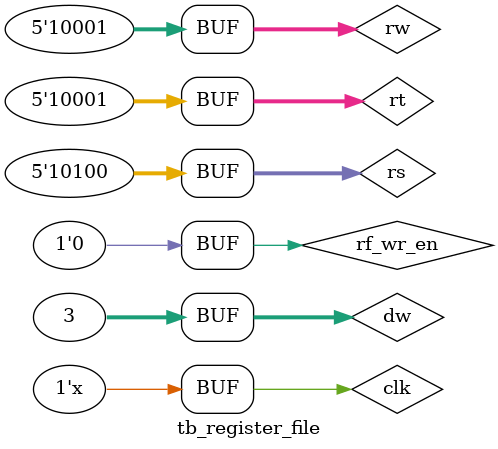
<source format=v>
`timescale 1ns / 1ps

module tb_register_file;

	// Inputs
	reg clk;
	reg [4:0] rs;
	reg [4:0] rt;
	reg [31:0] dw;
	reg [4:0] rw;
	reg rf_wr_en;

	// Outputs
	wire [31:0] crs;
	wire [31:0] crt;

	// Instantiate the Unit Under Test (UUT)
	Register_File uut (
		.clk(clk), 
		.rs(rs), 
		.rt(rt), 
		.dw(dw), 
		.rw(rw), 
		.rf_wr_en(rf_wr_en), 
		.crs(crs), 
		.crt(crt)
	);

	initial begin
		// Initialize Inputs
		clk = 0;
		rs = 0;
		rt = 0;
		dw = 0;
		rw = 0;
		rf_wr_en = 0;

		// Wait 100 ns for global reset to finish
		#100;
	end
	
	always begin
		#10  clk = ~clk;
	end
	
	always
	begin
		#100;
			rf_wr_en = 'b1;
			rs = 5'b10100;
			rt = 5'b00000;
			dw = 32'b11110101;
			rw = 5'b10100;
		#100;
			rf_wr_en = 'b0;
		#100;
			rf_wr_en = 'b0;
			rs = 5'b00000;
			rt = 5'b10100;
			dw = 32'b11110101;
			rw = 5'b10100;
		#100;
			rf_wr_en = 'b1;
			rs = 5'b11111;
			rt = 5'b00010;
			dw = 32'b000000011;
			rw = 5'b10001;
		#100;
			rf_wr_en = 'b0;
			rs = 5'b10100;
			rt = 5'b10001;
			dw = 32'b000000011;
			rw = 5'b10001;
		#300;
		  
	end
      
endmodule


</source>
